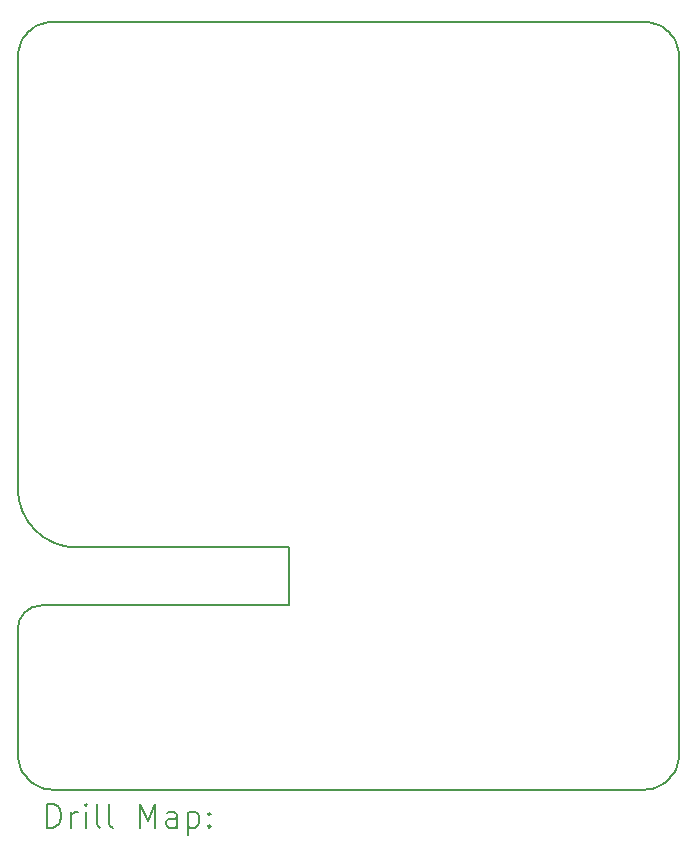
<source format=gbr>
%TF.GenerationSoftware,KiCad,Pcbnew,9.0.1*%
%TF.CreationDate,2025-04-07T05:48:08-07:00*%
%TF.ProjectId,RPi_interface,5250695f-696e-4746-9572-666163652e6b,1.3*%
%TF.SameCoordinates,Original*%
%TF.FileFunction,Drillmap*%
%TF.FilePolarity,Positive*%
%FSLAX45Y45*%
G04 Gerber Fmt 4.5, Leading zero omitted, Abs format (unit mm)*
G04 Created by KiCad (PCBNEW 9.0.1) date 2025-04-07 05:48:08*
%MOMM*%
%LPD*%
G01*
G04 APERTURE LIST*
%ADD10C,0.200000*%
G04 APERTURE END LIST*
D10*
X9007522Y-5033244D02*
X9001886Y-5066411D01*
X14592478Y-11066756D02*
X14598114Y-11033589D01*
X9169835Y-4829709D02*
X9140390Y-4845983D01*
X14583165Y-11099084D02*
X14592478Y-11066756D01*
X9001886Y-11033589D02*
X9007522Y-11066756D01*
X14487047Y-4865451D02*
X14459610Y-4845983D01*
X14366756Y-11292478D02*
X14399084Y-11283165D01*
X9140390Y-4845983D02*
X9112953Y-4865451D01*
X9169835Y-11270291D02*
X9200916Y-11283165D01*
X9029709Y-11130165D02*
X9045983Y-11159610D01*
X14430165Y-11270291D02*
X14459610Y-11254017D01*
X9140390Y-11254017D02*
X9169835Y-11270291D01*
X9000000Y-9940000D02*
X9000000Y-11000000D01*
X9266411Y-4801886D02*
X9233244Y-4807522D01*
X14600000Y-5100000D02*
X14598114Y-5066411D01*
X9200916Y-11283165D02*
X9233244Y-11292478D01*
X14534549Y-11187047D02*
X14554017Y-11159610D01*
X9001886Y-5066411D02*
X9000000Y-5100000D01*
X9000000Y-9940000D02*
G75*
G02*
X9200000Y-9740000I200000J0D01*
G01*
X14583165Y-5000916D02*
X14570291Y-4969835D01*
X9500000Y-9250000D02*
X11300000Y-9250000D01*
X14554017Y-11159610D02*
X14570291Y-11130165D01*
X9029709Y-4969835D02*
X9016835Y-5000916D01*
X9266411Y-11298114D02*
X9300000Y-11300000D01*
X9045983Y-11159610D02*
X9065451Y-11187047D01*
X14333589Y-4801886D02*
X14300000Y-4800000D01*
X9087868Y-4887868D02*
X9065451Y-4912953D01*
X9045983Y-4940390D02*
X9029709Y-4969835D01*
X9300000Y-11300000D02*
X14300000Y-11300000D01*
X11300000Y-9740000D02*
X9200000Y-9740000D01*
X9000000Y-11000000D02*
X9001886Y-11033589D01*
X14459610Y-4845983D02*
X14430165Y-4829709D01*
X14430165Y-4829709D02*
X14399084Y-4816835D01*
X9016835Y-5000916D02*
X9007522Y-5033244D01*
X14512132Y-4887868D02*
X14487047Y-4865451D01*
X9000000Y-5100000D02*
X9000000Y-8750000D01*
X9500000Y-9250000D02*
G75*
G02*
X9000000Y-8750000I0J500000D01*
G01*
X14487047Y-11234549D02*
X14512132Y-11212132D01*
X14534549Y-4912953D02*
X14512132Y-4887868D01*
X14598114Y-11033589D02*
X14600000Y-11000000D01*
X14366756Y-4807522D02*
X14333589Y-4801886D01*
X9200916Y-4816835D02*
X9169835Y-4829709D01*
X9065451Y-11187047D02*
X9087868Y-11212132D01*
X14333589Y-11298114D02*
X14366756Y-11292478D01*
X9016835Y-11099084D02*
X9029709Y-11130165D01*
X9112953Y-4865451D02*
X9087868Y-4887868D01*
X9300000Y-4800000D02*
X9266411Y-4801886D01*
X9087868Y-11212132D02*
X9112953Y-11234549D01*
X14592478Y-5033244D02*
X14583165Y-5000916D01*
X14570291Y-4969835D02*
X14554017Y-4940390D01*
X14512132Y-11212132D02*
X14534549Y-11187047D01*
X9233244Y-4807522D02*
X9200916Y-4816835D01*
X14399084Y-11283165D02*
X14430165Y-11270291D01*
X11300000Y-9250000D02*
X11300000Y-9740000D01*
X14300000Y-11300000D02*
X14333589Y-11298114D01*
X14598114Y-5066411D02*
X14592478Y-5033244D01*
X14459610Y-11254017D02*
X14487047Y-11234549D01*
X14300000Y-4800000D02*
X9300000Y-4800000D01*
X9007522Y-11066756D02*
X9016835Y-11099084D01*
X9065451Y-4912953D02*
X9045983Y-4940390D01*
X14570291Y-11130165D02*
X14583165Y-11099084D01*
X14554017Y-4940390D02*
X14534549Y-4912953D01*
X9233244Y-11292478D02*
X9266411Y-11298114D01*
X14600000Y-11000000D02*
X14600000Y-5100000D01*
X14399084Y-4816835D02*
X14366756Y-4807522D01*
X9112953Y-11234549D02*
X9140390Y-11254017D01*
X9250777Y-11621484D02*
X9250777Y-11421484D01*
X9250777Y-11421484D02*
X9298396Y-11421484D01*
X9298396Y-11421484D02*
X9326967Y-11431008D01*
X9326967Y-11431008D02*
X9346015Y-11450055D01*
X9346015Y-11450055D02*
X9355539Y-11469103D01*
X9355539Y-11469103D02*
X9365062Y-11507198D01*
X9365062Y-11507198D02*
X9365062Y-11535769D01*
X9365062Y-11535769D02*
X9355539Y-11573865D01*
X9355539Y-11573865D02*
X9346015Y-11592912D01*
X9346015Y-11592912D02*
X9326967Y-11611960D01*
X9326967Y-11611960D02*
X9298396Y-11621484D01*
X9298396Y-11621484D02*
X9250777Y-11621484D01*
X9450777Y-11621484D02*
X9450777Y-11488150D01*
X9450777Y-11526246D02*
X9460300Y-11507198D01*
X9460300Y-11507198D02*
X9469824Y-11497674D01*
X9469824Y-11497674D02*
X9488872Y-11488150D01*
X9488872Y-11488150D02*
X9507920Y-11488150D01*
X9574586Y-11621484D02*
X9574586Y-11488150D01*
X9574586Y-11421484D02*
X9565062Y-11431008D01*
X9565062Y-11431008D02*
X9574586Y-11440531D01*
X9574586Y-11440531D02*
X9584110Y-11431008D01*
X9584110Y-11431008D02*
X9574586Y-11421484D01*
X9574586Y-11421484D02*
X9574586Y-11440531D01*
X9698396Y-11621484D02*
X9679348Y-11611960D01*
X9679348Y-11611960D02*
X9669824Y-11592912D01*
X9669824Y-11592912D02*
X9669824Y-11421484D01*
X9803158Y-11621484D02*
X9784110Y-11611960D01*
X9784110Y-11611960D02*
X9774586Y-11592912D01*
X9774586Y-11592912D02*
X9774586Y-11421484D01*
X10031729Y-11621484D02*
X10031729Y-11421484D01*
X10031729Y-11421484D02*
X10098396Y-11564341D01*
X10098396Y-11564341D02*
X10165062Y-11421484D01*
X10165062Y-11421484D02*
X10165062Y-11621484D01*
X10346015Y-11621484D02*
X10346015Y-11516722D01*
X10346015Y-11516722D02*
X10336491Y-11497674D01*
X10336491Y-11497674D02*
X10317443Y-11488150D01*
X10317443Y-11488150D02*
X10279348Y-11488150D01*
X10279348Y-11488150D02*
X10260300Y-11497674D01*
X10346015Y-11611960D02*
X10326967Y-11621484D01*
X10326967Y-11621484D02*
X10279348Y-11621484D01*
X10279348Y-11621484D02*
X10260300Y-11611960D01*
X10260300Y-11611960D02*
X10250777Y-11592912D01*
X10250777Y-11592912D02*
X10250777Y-11573865D01*
X10250777Y-11573865D02*
X10260300Y-11554817D01*
X10260300Y-11554817D02*
X10279348Y-11545293D01*
X10279348Y-11545293D02*
X10326967Y-11545293D01*
X10326967Y-11545293D02*
X10346015Y-11535769D01*
X10441253Y-11488150D02*
X10441253Y-11688150D01*
X10441253Y-11497674D02*
X10460300Y-11488150D01*
X10460300Y-11488150D02*
X10498396Y-11488150D01*
X10498396Y-11488150D02*
X10517443Y-11497674D01*
X10517443Y-11497674D02*
X10526967Y-11507198D01*
X10526967Y-11507198D02*
X10536491Y-11526246D01*
X10536491Y-11526246D02*
X10536491Y-11583388D01*
X10536491Y-11583388D02*
X10526967Y-11602436D01*
X10526967Y-11602436D02*
X10517443Y-11611960D01*
X10517443Y-11611960D02*
X10498396Y-11621484D01*
X10498396Y-11621484D02*
X10460300Y-11621484D01*
X10460300Y-11621484D02*
X10441253Y-11611960D01*
X10622205Y-11602436D02*
X10631729Y-11611960D01*
X10631729Y-11611960D02*
X10622205Y-11621484D01*
X10622205Y-11621484D02*
X10612681Y-11611960D01*
X10612681Y-11611960D02*
X10622205Y-11602436D01*
X10622205Y-11602436D02*
X10622205Y-11621484D01*
X10622205Y-11497674D02*
X10631729Y-11507198D01*
X10631729Y-11507198D02*
X10622205Y-11516722D01*
X10622205Y-11516722D02*
X10612681Y-11507198D01*
X10612681Y-11507198D02*
X10622205Y-11497674D01*
X10622205Y-11497674D02*
X10622205Y-11516722D01*
M02*

</source>
